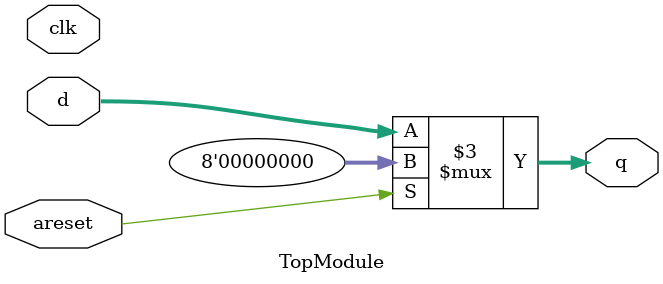
<source format=sv>
module TopModule (
    input logic clk,       // Clock signal, positive edge-triggered
    input logic areset,    // Asynchronous reset, active high
    input logic [7:0] d,   // 8-bit data input, unsigned
    output logic [7:0] q    // 8-bit data output, unsigned
);

always @(*) begin
    if (areset) begin
        q = 8'b00000000; // Reset output to zero
    end else begin
        q = d; // Transfer input to output on clock edge
    end
end

endmodule
</source>
